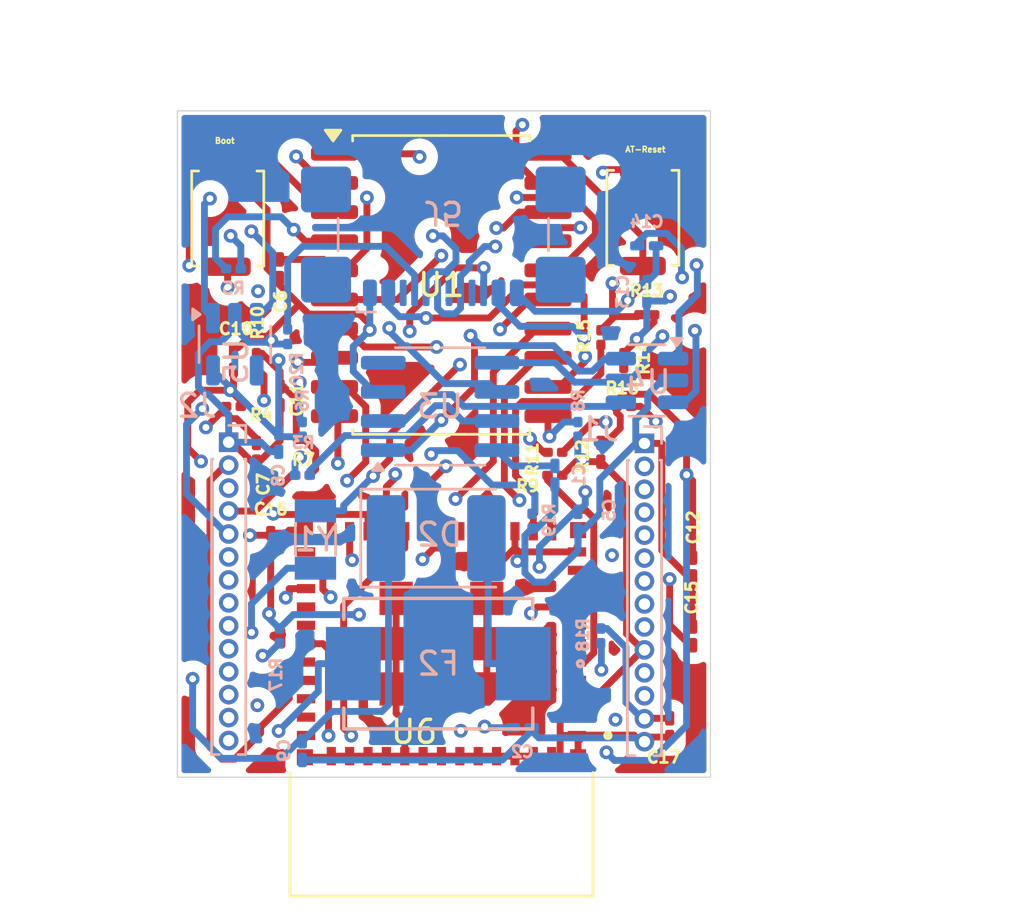
<source format=kicad_pcb>
(kicad_pcb (version 20241229) (generator "pcbnew") (generator_version "9.0")
  (layers (0 "F.Cu" signal) (4 "In1.Cu" signal) (6 "In2.Cu" signal) (2 "B.Cu" signal) (13 "F.Paste" user) (15 "B.Paste" user) (5 "F.SilkS" user "F.Silkscreen") (7 "B.SilkS" user "B.Silkscreen") (1 "F.Mask" user) (3 "B.Mask" user) (25 "Edge.Cuts" user))
  (net 0 "")
  (net 1 "GND")
  (net 2 "Net-(U3-V3)")
  (net 3 "USB_V5")
  (net 4 "/5V")
  (net 5 "3V3")
  (net 6 "Net-(U1-PA7)")
  (net 7 "Net-(U1-PA5)")
  (net 8 "Net-(U6-EN)")
  (net 9 "Net-(C13-Pad2)")
  (net 10 "Net-(C14-Pad2)")
  (net 11 "Net-(C15-Pad1)")
  (net 12 "1018")
  (net 13 "1019")
  (net 14 "Net-(D2-A)")
  (net 15 "A4")
  (net 16 "USB_DM_RAW")
  (net 18 "USB_DP_RAW")
  (net 19 "Net-(J5-CC2)")
  (net 22 "PC0")
  (net 23 "109")
  (net 24 "PC1")
  (net 25 "PC3")
  (net 26 "PA1")
  (net 27 "PB5")
  (net 28 "PB4")
  (net 29 "UPDI")
  (net 30 "SDA")
  (net 31 "SCL")
  (net 32 "PB2")
  (net 33 "PB0")
  (net 34 "PB3")
  (net 35 "PB1")
  (net 36 "PC2")
  (net 37 "104")
  (net 38 "107")
  (net 39 "106")
  (net 40 "105")
  (net 41 "RXD0")
  (net 42 "TXD0")
  (net 43 "TXD")
  (net 44 "Net-(U3-RXD)")
  (net 45 "RXD")
  (net 46 "Net-(U3-TXD)")
  (net 47 "Net-(U1-~{RESET}{slash}PA0)")
  (net 48 "Net-(U6-IO8)")
  (net 49 "Net-(U6-IO2)")
  (net 50 "Net-(U6-IO0)")
  (net 51 "Net-(U6-IO1)")
  (net 52 "Net-(U6-IO18)")
  (net 53 "Net-(U6-IO19)")
  (net 55 "Net-(U3-UD-)")
  (net 57 "Net-(U3-UD+)")
  (net 76 "Net-(J5-CC1)")
  (footprint "Resistor_SMD:R_0201_0603Metric" (layer "F.Cu") (at 190 93 180)
    (property "Reference" "R4")
    (property "Value" "201")
  )
  (footprint "Capacitor_SMD:C_0201_0603Metric_Pad0.64x0.40mm_HandSolder" (layer "F.Cu") (at 192 87 -90)
    (property "Reference" "C6")
    (property "Value" "0.1uF")
  )
  (footprint "Package_SO:SOIC-20W_7.5x12.8mm_P1.27mm" (layer "F.Cu") (at 199.05 87.705)
    (property "Reference" "U1")
    (property "Value" "ATtiny1616-S")
  )
  (footprint "Capacitor_SMD:C_0201_0603Metric_Pad0.64x0.40mm_HandSolder" (layer "F.Cu") (at 209 107 -90)
    (property "Reference" "C17")
    (property "Value" "TBD")
  )
  (footprint "Capacitor_SMD:C_0201_0603Metric_Pad0.64x0.40mm_HandSolder" (layer "F.Cu") (at 210 103 90)
    (property "Reference" "C15")
    (property "Value" "0.1uF")
  )
  (footprint "Resistor_SMD:R_0201_0603Metric" (layer "F.Cu") (at 206 90 -90)
    (property "Reference" "R15")
    (property "Value" "10K")
  )
  (footprint "Resistor_SMD:R_0201_0603Metric" (layer "F.Cu") (at 207 91 -90)
    (property "Reference" "R14")
    (property "Value" "10K")
  )
  (footprint "Resistor_SMD:R_0201_0603Metric" (layer "F.Cu") (at 207 93 180)
    (property "Reference" "R16")
    (property "Value" "10K")
  )
  (footprint "Capacitor_SMD:C_0201_0603Metric_Pad0.64x0.40mm_HandSolder" (layer "F.Cu") (at 191 95 -90)
    (property "Reference" "C7")
    (property "Value" "2.2uF")
  )
  (footprint "Button_Switch_SMD:SW_Push_SPST_NO_Alps_SKRK" (layer "F.Cu") (at 189.75 84.81 -90)
    (property "Reference" "Boot")
    (property "Value" "RESET")
  )
  (footprint "Resistor_SMD:R_0201_0603Metric" (layer "F.Cu") (at 204 95 180)
    (property "Reference" "R9")
    (property "Value" "330")
  )
  (footprint "Capacitor_SMD:C_0201_0603Metric_Pad0.64x0.40mm_HandSolder" (layer "F.Cu") (at 191.62 98.93 90)
    (property "Reference" "C16")
    (property "Value" "TBD")
  )
  (footprint "Resistor_SMD:R_0201_0603Metric" (layer "F.Cu") (at 191 91 -90)
    (property "Reference" "R10")
    (property "Value" "10K")
  )
  (footprint "Resistor_SMD:R_0201_0603Metric" (layer "F.Cu") (at 208 89)
    (property "Reference" "R13")
    (property "Value" "10K")
  )
  (footprint "Resistor_SMD:R_0201_0603Metric" (layer "F.Cu") (at 204 96)
    (property "Reference" "R11")
    (property "Value" "10K")
  )
  (footprint "Capacitor_SMD:C_0201_0603Metric_Pad0.64x0.40mm_HandSolder" (layer "F.Cu") (at 210 100 -90)
    (property "Reference" "C12")
    (property "Value" "TBD")
  )
  (footprint "Capacitor_SMD:C_0201_0603Metric_Pad0.64x0.40mm_HandSolder" (layer "F.Cu") (at 192.03 92.5425 90)
    (property "Reference" "C11")
    (property "Value" "100uF")
  )
  (footprint "Resistor_SMD:R_0201_0603Metric" (layer "F.Cu") (at 193 96)
    (property "Reference" "R7")
    (property "Value" "4.7K")
  )
  (footprint "Capacitor_SMD:C_0201_0603Metric_Pad0.64x0.40mm_HandSolder" (layer "F.Cu") (at 190 91 -90)
    (property "Reference" "C10")
    (property "Value" "0.1uF")
  )
  (footprint "Button_Switch_SMD:SW_Push_SPST_NO_Alps_SKRK" (layer "F.Cu") (at 207.83 84.78 -90)
    (property "Reference" "AT-Reset")
    (property "Value" "RESET")
  )
  (footprint "ESP32_C3_MINI_1_N4:XCVR_ESP32-C3-MINI-1-N4" (layer "F.Cu") (at 199.06 106.04 180)
    (property "Reference" "U6")
    (property "Value" "ESP32-C3-MINI-1-N4")
  )
  (footprint "Capacitor_SMD:C_0201_0603Metric_Pad0.64x0.40mm_HandSolder" (layer "F.Cu") (at 206 95 90)
    (property "Reference" "R12")
    (property "Value" "TBD")
  )
  (footprint "Crystal:Crystal_SMD_3215-2Pin_3.2x1.5mm" (layer "B.Cu") (at 193.57 98.8 -90)
    (property "Reference" "Y1")
    (property "Value" "32.768 kHz crystal")
  )
  (footprint "Connector_PinHeader_1.00mm:PinHeader_1x14_P1.00mm_Vertical" (layer "B.Cu") (at 207.9 94.61 180)
    (property "Reference" "J1")
    (property "Value" "Conn_01x14_Pin")
  )
  (footprint "Resistor_SMD:R_0201_0603Metric" (layer "B.Cu") (at 206 103 -90)
    (property "Reference" "R18")
    (property "Value" "10K")
  )
  (footprint "Diode_SMD:D_2114_3652Metric" (layer "B.Cu") (at 198.83 98.74)
    (property "Reference" "D2")
    (property "Value" "D_Schottky")
  )
  (footprint "Capacitor_SMD:C_0201_0603Metric_Pad0.64x0.40mm_HandSolder" (layer "B.Cu") (at 204 96 90)
    (property "Reference" "C1")
    (property "Value" "0.1uF")
  )
  (footprint "footprints:FUSE_MF-SM030-2_BRN" (layer "B.Cu") (at 198.92 104.21 180)
    (property "Reference" "F2")
    (property "Value" "Polyfuse")
  )
  (footprint "Resistor_SMD:R_0201_0603Metric" (layer "B.Cu") (at 193 96 180)
    (property "Reference" "R3")
    (property "Value" "1K")
  )
  (footprint "Resistor_SMD:R_0201_0603Metric" (layer "B.Cu") (at 192 103 -90)
    (property "Reference" "R17")
    (property "Value" "10K")
  )
  (footprint "Resistor_SMD:R_0201_0603Metric" (layer "B.Cu") (at 205 94 90)
    (property "Reference" "R8")
    (property "Value" "100K")
  )
  (footprint "Package_TO_SOT_SMD:SOT-23-6" (layer "B.Cu") (at 208.01 91.8675 180)
    (property "Reference" "U4")
    (property "Value" "USBLC6-2SC6")
  )
  (footprint "Resistor_SMD:R_0201_0603Metric" (layer "B.Cu") (at 203 98 -90)
    (property "Reference" "R19")
    (property "Value" "5.1K")
  )
  (footprint "Capacitor_SMD:C_0201_0603Metric_Pad0.64x0.40mm_HandSolder" (layer "B.Cu") (at 193 108 90)
    (property "Reference" "C9")
    (property "Value" "10uF")
  )
  (footprint "Package_TO_SOT_SMD:SOT-23-5" (layer "B.Cu") (at 190.06 90.29 -90)
    (property "Reference" "U5")
    (property "Value" "AP2112K-3.3")
  )
  (footprint "Capacitor_SMD:C_0201_0603Metric_Pad0.64x0.40mm_HandSolder" (layer "B.Cu") (at 208 88 -90)
    (property "Reference" "C13")
    (property "Value" "100uF")
  )
  (footprint "Connector_USB:USB_C_Receptacle_GCT_USB4110" (layer "B.Cu") (at 199.14 84.37)
    (property "Reference" "J5")
    (property "Value" "USB_C_Receptacle_USB2.0_16P")
  )
  (footprint "Resistor_SMD:R_0201_0603Metric" (layer "B.Cu") (at 192.36 89.96 90)
    (property "Reference" "R20")
    (property "Value" "5.1K")
  )
  (footprint "Package_SO:SOIC-8_3.9x4.9mm_P1.27mm" (layer "B.Cu") (at 199 93)
    (property "Reference" "U3")
    (property "Value" "CH330N")
  )
  (footprint "Connector_PinHeader_1.00mm:PinHeader_1x14_P1.00mm_Vertical" (layer "B.Cu") (at 189.79 94.56 180)
    (property "Reference" "J2")
    (property "Value" "Conn_01x14_Pin")
  )
  (footprint "Capacitor_SMD:C_0201_0603Metric_Pad0.64x0.40mm_HandSolder" (layer "B.Cu") (at 191.97 94.5675 -90)
    (property "Reference" "C8")
    (property "Value" "10uF")
  )
  (footprint "Capacitor_SMD:C_0201_0603Metric_Pad0.64x0.40mm_HandSolder" (layer "B.Cu") (at 202.58 107)
    (property "Reference" "C2")
    (property "Value" "4.7uF")
  )
  (footprint "Resistor_SMD:R_0201_0603Metric" (layer "B.Cu") (at 193 94 -90)
    (property "Reference" "R6")
    (property "Value" "4.7K")
  )
  (footprint "Capacitor_SMD:C_0201_0603Metric_Pad0.64x0.40mm_HandSolder" (layer "B.Cu") (at 208 86 180)
    (property "Reference" "C14")
    (property "Value" "0.1uF")
  )
  (footprint "Resistor_SMD:R_0201_0603Metric" (layer "B.Cu") (at 190 87 180)
    (property "Reference" "R5")
    (property "Value" "1K")
  )
  (footprint "Capacitor_SMD:C_0201_0603Metric_Pad0.64x0.40mm_HandSolder" (layer "B.Cu") (at 205 98 90)
    (property "Reference" "C5")
    (property "Value" "0.1uF")
  )
  (gr_rect (start 187.555 80.12) (end 210.775 109.16) (stroke (width 0.05)) (fill no) (layer "Edge.Cuts"))
  (segment (start 207.83 87.7194) (end 207.1713 88.3781) (width 0.3) (layer "F.Cu") (net 1))
  (segment (start 191.4672 89.9432) (end 191.6473 90.1233) (width 0.3) (layer "F.Cu") (net 1))
  (segment (start 197.46 108.24) (end 197.46 107.5083) (width 0.3) (layer "F.Cu") (net 1))
  (segment (start 199.86 108.24) (end 199.06 108.24) (width 0.3) (layer "F.Cu") (net 1))
  (segment (start 208.1025 107.4075) (end 209 107.4075) (width 0.3) (layer "F.Cu") (net 1))
  (segment (start 202.26 98.44) (end 202.26 99.0508) (width 0.3) (layer "F.Cu") (net 1))
  (segment (start 199.06 103.34) (end 200.1167 103.34) (width 0.3) (layer "F.Cu") (net 1))
  (segment (start 193.11 98.39) (end 192.4283 98.39) (width 0.3) (layer "F.Cu") (net 1))
  (segment (start 189.79 94.56) (end 189.9496 94.56) (width 0.3) (layer "F.Cu") (net 1))
  (segment (start 191.4613 86.9824) (end 191.4613 84.4213) (width 0.3) (layer "F.Cu") (net 1))
  (segment (start 204.2107 81.99) (end 203.7 81.99) (width 0.3) (layer "F.Cu") (net 1))
  (segment (start 190.5027 90.0898) (end 190.6493 89.9432) (width 0.3) (layer "F.Cu") (net 1))
  (segment (start 204.96 99.1217) (end 204.96 99.34) (width 0.3) (layer "F.Cu") (net 1))
  (segment (start 202.26 99.0508) (end 202.26 99.1702) (width 0.3) (layer "F.Cu") (net 1))
  (segment (start 207.7312 107.61) (end 207.4456 107.3244) (width 0.3) (layer "F.Cu") (net 1))
  (segment (start 191.62 98.5225) (end 191.5287 98.6138) (width 0.3) (layer "F.Cu") (net 1))
  (segment (start 203.06 108.24) (end 203.86 108.24) (width 0.3) (layer "F.Cu") (net 1))
  (segment (start 192.2958 98.5225) (end 192.4283 98.39) (width 0.3) (layer "F.Cu") (net 1))
  (segment (start 204.2283 108.24) (end 203.86 108.24) (width 0.3) (layer "F.Cu") (net 1))
  (segment (start 207.83 85.6093) (end 204.2107 81.99) (width 0.3) (layer "F.Cu") (net 1))
  (segment (start 195.4881 88.9777) (end 195.9358 89.4254) (width 0.3) (layer "F.Cu") (net 1))
  (segment (start 196.66 108.24) (end 195.86 108.24) (width 0.3) (layer "F.Cu") (net 1))
  (segment (start 197.46 108.24) (end 196.66 108.24) (width 0.3) (layer "F.Cu") (net 1))
  (segment (start 190.1679 90.4246) (end 190.2205 90.4246) (width 0.3) (layer "F.Cu") (net 1))
  (segment (start 192.03 92.95) (end 192.03 94.5011) (width 0.3) (layer "F.Cu") (net 1))
  (segment (start 202.26 99.1709) (end 202.26 99.1717) (width 0.3) (layer "F.Cu") (net 1))
  (segment (start 194.21 108.29) (end 194.26 108.24) (width 0.3) (layer "F.Cu") (net 1))
  (segment (start 204.96 107.34) (end 204.2283 107.34) (width 0.3) (layer "F.Cu") (net 1))
  (segment (start 202.4283 99.34) (end 202.3635 99.4048) (width 0.3) (layer "F.Cu") (net 1))
  (segment (start 205.01 98.39) (end 205.01 99.0717) (width 0.3) (layer "F.Cu") (net 1))
  (segment (start 207.83 86.88) (end 207.83 87.7194) (width 0.3) (layer "F.Cu") (net 1))
  (segment (start 189.9496 94.56) (end 190.7971 95.4075) (width 0.3) (layer "F.Cu") (net 1))
  (segment (start 204.2783 108.29) (end 204.2283 108.24) (width 0.3) (layer "F.Cu") (net 1))
  (segment (start 201.1226 100.3083) (end 201.035 100.3083) (width 0.3) (layer "F.Cu") (net 1))
  (segment (start 193.2757 88.9777) (end 195.4881 88.9777) (width 0.3) (layer "F.Cu") (net 1))
  (segment (start 205.01 108.29) (end 204.2783 108.29) (width 0.3) (layer "F.Cu") (net 1))
  (segment (start 199.06 101.365) (end 198.0033 101.365) (width 0.3) (layer "F.Cu") (net 1))
  (segment (start 197.085 105.315) (end 197.085 103.34) (width 0.3) (layer "F.Cu") (net 1))
  (segment (start 191.62 98.5225) (end 192.2958 98.5225) (width 0.3) (layer "F.Cu") (net 1))
  (segment (start 197.085 101.365) (end 197.085 103.34) (width 0.3) (layer "F.Cu") (net 1))
  (segment (start 190.6493 89.9432) (end 191.4672 89.9432) (width 0.3) (layer "F.Cu") (net 1))
  (segment (start 207.9 107.61) (end 207.7312 107.61) (width 0.3) (layer "F.Cu") (net 1))
  (segment (start 197.085 101.365) (end 198.0033 101.365) (width 0.3) (layer "F.Cu") (net 1))
  (segment (start 203.06 108.24) (end 202.26 108.24) (width 0.3) (layer "F.Cu") (net 1))
  (segment (start 192 87.4075) (end 192 87.702) (width 0.3) (layer "F.Cu") (net 1))
  (segment (start 204.96 106.54) (end 204.2283 106.54) (width 0.3) (layer "F.Cu") (net 1))
  (segment (start 199.06 108.24) (end 198.26 108.24) (width 0.3) (layer "F.Cu") (net 1))
  (segment (start 197.46 107.5083) (end 197.46 106.7467) (width 0.3) (layer "F.Cu") (net 1))
  (segment (start 205.01 108.29) (end 205.01 107.6083) (width 0.3) (layer "F.Cu") (net 1))
  (segment (start 201.035 103.34) (end 201.035 101.365) (width 0.3) (layer "F.Cu") (net 1))
  (segment (start 198.26 108.24) (end 197.46 108.24) (width 0.3) (layer "F.Cu") (net 1))
  (segment (start 210 100.4075) (end 210 102.5925) (width 0.3) (layer "F.Cu") (net 1))
  (segment (start 192.8542 88.5562) (end 193.2757 88.9777) (width 0.3) (layer "F.Cu") (net 1))
  (segment (start 205.01 99.0717) (end 204.96 99.1217) (width 0.3) (layer "F.Cu") (net 1))
  (segment (start 204.2283 107.34) (end 204.2283 106.54) (width 0.3) (layer "F.Cu") (net 1))
  (segment (start 192 87.702) (end 192.8542 88.5562) (width 0.3) (layer "F.Cu") (net 1))
  (segment (start 204.2283 108.24) (end 204.2283 107.34) (width 0.3) (layer "F.Cu") (net 1))
  (segment (start 201.035 101.365) (end 201.035 100.3083) (width 0.3) (layer "F.Cu") (net 1))
  (segment (start 193.11 108.29) (end 194.21 108.29) (width 0.3) (layer "F.Cu") (net 1))
  (segment (start 192 87.4075) (end 191.8864 87.4075) (width 0.3) (layer "F.Cu") (net 1))
  (segment (start 195.06 108.24) (end 194.26 108.24) (width 0.3) (layer "F.Cu") (net 1))
  (segment (start 209.7934 100.4075) (end 210 100.4075) (width 0.3) (layer "F.Cu") (net 1))
  (segment (start 202.3635 99.4048) (end 202.3635 99.7375) (width 0.3) (layer "F.Cu") (net 1))
  (segment (start 192.8542 88.5562) (end 191.4672 89.9432) (width 0.3) (layer "F.Cu") (net 1))
  (segment (start 190.2205 90.4246) (end 190.5027 90.1424) (width 0.3) (layer "F.Cu") (net 1))
  (segment (start 190.5027 90.1424) (end 190.5027 90.0898) (width 0.3) (layer "F.Cu") (net 1))
  (segment (start 207.4456 107.3244) (end 205.2939 107.3244) (width 0.3) (layer "F.Cu") (net 1))
  (segment (start 192.03 94.5011) (end 191.1236 95.4075) (width 0.3) (layer "F.Cu") (net 1))
  (segment (start 191.5287 98.6138) (end 190.7158 98.6138) (width 0.3) (layer "F.Cu") (net 1))
  (segment (start 199.06 101.365) (end 199.06 103.34) (width 0.3) (layer "F.Cu") (net 1))
  (segment (start 207.9 94.61) (end 208.6567 94.61) (width 0.3) (layer "F.Cu") (net 1))
  (segment (start 191.1236 95.4075) (end 191 95.4075) (width 0.3) (layer "F.Cu") (net 1))
  (segment (start 207.9 107.61) (end 208.1025 107.4075) (width 0.3) (layer "F.Cu") (net 1))
  (segment (start 205.2939 107.3244) (end 205.01 107.6083) (width 0.3) (layer "F.Cu") (net 1))
  (segment (start 202.26 99.1709) (end 201.1226 100.3083) (width 0.3) (layer "F.Cu") (net 1))
  (segment (start 197.46 106.7467) (end 197.085 106.3717) (width 0.3) (layer "F.Cu") (net 1))
  (segment (start 191.4613 84.4213) (end 189.75 82.71) (width 0.3) (layer "F.Cu") (net 1))
  (segment (start 197.085 105.315) (end 197.085 106.3717) (width 0.3) (layer "F.Cu") (net 1))
  (segment (start 195.86 108.24) (end 195.06 108.24) (width 0.3) (layer "F.Cu") (net 1))
  (segment (start 191.8864 87.4075) (end 191.4613 86.9824) (width 0.3) (layer "F.Cu") (net 1))
  (segment (start 207.83 86.88) (end 207.83 85.6093) (width 0.3) (layer "F.Cu") (net 1))
  (segment (start 208.6567 99.2708) (end 209.7934 100.4075) (width 0.3) (layer "F.Cu") (net 1))
  (segment (start 202.26 99.1702) (end 202.26 99.1709) (width 0.3) (layer "F.Cu") (net 1))
  (segment (start 201.46 108.24) (end 200.66 108.24) (width 0.3) (layer "F.Cu") (net 1))
  (segment (start 202.26 108.24) (end 201.46 108.24) (width 0.3) (layer "F.Cu") (net 1))
  (segment (start 195.9358 89.4254) (end 195.9358 89.664) (width 0.3) (layer "F.Cu") (net 1))
  (segment (start 200.66 108.24) (end 199.86 108.24) (width 0.3) (layer "F.Cu") (net 1))
  (segment (start 199.06 105.315) (end 199.06 103.34) (width 0.3) (layer "F.Cu") (net 1))
  (segment (start 202.26 99.1717) (end 202.4283 99.34) (width 0.3) (layer "F.Cu") (net 1))
  (segment (start 190 90.5925) (end 190.1679 90.4246) (width 0.3) (layer "F.Cu") (net 1))
  (segment (start 202.4283 99.34) (end 204.96 99.34) (width 0.3) (layer "F.Cu") (net 1))
  (segment (start 201.035 103.34) (end 200.1167 103.34) (width 0.3) (layer "F.Cu") (net 1))
  (segment (start 208.6567 94.61) (end 208.6567 99.2708) (width 0.3) (layer "F.Cu") (net 1))
  (segment (start 190.7971 95.4075) (end 191 95.4075) (width 0.3) (layer "F.Cu") (net 1))
  (segment (start 201.035 105.315) (end 201.035 103.34) (width 0.3) (layer "F.Cu") (net 1))
  (via (at 202.3635 99.7375) (size 0.6) (drill 0.3) (layers "F.Cu" "B.Cu") (net 1))
  (via (at 207.1713 88.3781) (size 0.6) (drill 0.3) (layers "F.Cu" "B.Cu") (net 1))
  (via (at 191.6473 90.1233) (size 0.6) (drill 0.3) (layers "F.Cu" "B.Cu") (net 1))
  (via (at 190.7158 98.6138) (size 0.6) (drill 0.3) (layers "F.Cu" "B.Cu") (net 1))
  (via (at 195.9358 89.664) (size 0.6) (drill 0.3) (layers "F.Cu" "B.Cu") (net 1))
  (segment (start 202.6936 99.7375) (end 202.6936 98.6264) (width 0.3) (layer "B.Cu") (net 1))
  (segment (start 202.6936 100.25) (end 203.0983 100.6547) (width 0.3) (layer "B.Cu") (net 1))
  (segment (start 189.79 94.56) (end 189.79 93.8033) (width 0.3) (layer "B.Cu") (net 1))
  (segment (start 202.6936 98.6264) (end 203 98.32) (width 0.3) (layer "B.Cu") (net 1))
  (segment (start 207.8783 87.5925) (end 208 87.5925) (width 0.3) (layer "B.Cu") (net 1))
  (segment (start 207.5217 94.61) (end 205.9548 96.1769) (width 0.3) (layer "B.Cu") (net 1))
  (segment (start 203 98.32) (end 203.2109 98.32) (width 0.3) (layer "B.Cu") (net 1))
  (segment (start 202.6936 99.7375) (end 202.3635 99.7375) (width 0.3) (layer "B.Cu") (net 1))
  (segment (start 205 99.2923) (end 205 98.4075) (width 0.3) (layer "B.Cu") (net 1))
  (segment (start 207.5217 93.5758) (end 208.0417 93.0558) (width 0.3) (layer "B.Cu") (net 1))
  (segment (start 205.2212 98.4075) (end 205 98.4075) (width 0.3) (layer "B.Cu") (net 1))
  (segment (start 208.0417 92.4817) (end 208.6559 91.8675) (width 0.3) (layer "B.Cu") (net 1))
  (segment (start 207.9 94.61) (end 207.5217 94.61) (width 0.3) (layer "B.Cu") (net 1))
  (segment (start 188.9944 90.1786) (end 189.4648 90.1786) (width 0.3) (layer "B.Cu") (net 1))
  (segment (start 202.6936 99.7375) (end 202.6936 100.25) (width 0.3) (layer "B.Cu") (net 1))
  (segment (start 208.4075 87.185) (end 208 87.5925) (width 0.3) (layer "B.Cu") (net 1))
  (segment (start 188.9012 92.4698) (end 188.7928 92.4698) (width 0.3) (layer "B.Cu") (net 1))
  (segment (start 191.7257 90.28) (end 192.36 90.28) (width 0.3) (layer "B.Cu") (net 1))
  (segment (start 188.4728 90.7002) (end 188.9944 90.1786) (width 0.3) (layer "B.Cu") (net 1))
  (segment (start 195.2177 90.3821) (end 195.2177 91.4743) (width 0.3) (layer "B.Cu") (net 1))
  (segment (start 189.79 93.3586) (end 188.9012 92.4698) (width 0.3) (layer "B.Cu") (net 1))
  (segment (start 207.7329 107.4429) (end 203.2963 107.4429) (width 0.3) (layer "B.Cu") (net 1))
  (segment (start 208.4075 86) (end 208.4075 87.185) (width 0.3) (layer "B.Cu") (net 1))
  (segment (start 189.4648 90.1786) (end 190.06 89.5834) (width 0.3) (layer "B.Cu") (net 1))
  (segment (start 195.94 88.05) (end 195.9358 88.0542) (width 0.3) (layer "B.Cu") (net 1))
  (segment (start 189.79 93.8033) (end 189.79 93.3586) (width 0.3) (layer "B.Cu") (net 1))
  (segment (start 203.6376 100.6547) (end 205 99.2923) (width 0.3) (layer "B.Cu") (net 1))
  (segment (start 205.9548 96.1769) (end 205.9548 97.6739) (width 0.3) (layer "B.Cu") (net 1))
  (segment (start 191.97 94.975) (end 191.6096 94.975) (width 0.3) (layer "B.Cu") (net 1))
  (segment (start 203.2109 98.32) (end 204 97.5309) (width 0.3) (layer "B.Cu") (net 1))
  (segment (start 201.7141 108.4075) (end 202.9875 107.1341) (width 0.3) (layer "B.Cu") (net 1))
  (segment (start 207.5217 94.61) (end 207.5217 93.5758) (width 0.3) (layer "B.Cu") (net 1))
  (segment (start 191.6096 94.975) (end 191.1946 94.56) (width 0.3) (layer "B.Cu") (net 1))
  (segment (start 193 108.4075) (end 201.7141 108.4075) (width 0.3) (layer "B.Cu") (net 1))
  (segment (start 207.1713 88.3781) (end 207.1713 88.2995) (width 0.3) (layer "B.Cu") (net 1))
  (segment (start 190.06 89.5834) (end 190.06 89.1525) (width 0.3) (layer "B.Cu") (net 1))
  (segment (start 206.6969 88.8525) (end 203.1425 88.8525) (width 0.3) (layer "B.Cu") (net 1))
  (segment (start 208.0417 93.0558) (end 208.0417 92.4817) (width 0.3) (layer "B.Cu") (net 1))
  (segment (start 207.1713 88.3781) (end 206.6969 88.8525) (width 0.3) (layer "B.Cu") (net 1))
  (segment (start 195.9358 89.664) (end 195.2177 90.3821) (width 0.3) (layer "B.Cu") (net 1))
  (segment (start 191.6473 90.2016) (end 191.7257 90.28) (width 0.3) (layer "B.Cu") (net 1))
  (segment (start 202.9875 107.1341) (end 202.9875 107) (width 0.3) (layer "B.Cu") (net 1))
  (segment (start 188.4728 92.1498) (end 188.4728 90.7002) (width 0.3) (layer "B.Cu") (net 1))
  (segment (start 204 97.5309) (end 204 96.4075) (width 0.3) (layer "B.Cu") (net 1))
  (segment (start 195.2177 91.4743) (end 196.1084 92.365) (width 0.3) (layer "B.Cu") (net 1))
  (segment (start 203.0983 100.6547) (end 203.6376 100.6547) (width 0.3) (layer "B.Cu") (net 1))
  (segment (start 191.1946 94.56) (end 189.79 94.56) (width 0.3) (layer "B.Cu") (net 1))
  (segment (start 207.1713 88.2995) (end 207.8783 87.5925) (width 0.3) (layer "B.Cu") (net 1))
  (segment (start 208.6559 91.8675) (end 209.1475 91.8675) (width 0.3) (layer "B.Cu") (net 1))
  (segment (start 205.9548 97.6739) (end 205.2212 98.4075) (width 0.3) (layer "B.Cu") (net 1))
  (segment (start 190.6782 90.2016) (end 190.06 89.5834) (width 0.3) (layer "B.Cu") (net 1))
  (segment (start 191.6473 90.2016) (end 190.6782 90.2016) (width 0.3) (layer "B.Cu") (net 1))
  (segment (start 191.6473 90.1233) (end 191.6473 90.2016) (width 0.3) (layer "B.Cu") (net 1))
  (segment (start 195.9358 88.0542) (end 195.9358 89.664) (width 0.3) (layer "B.Cu") (net 1))
  (segment (start 203.1425 88.8525) (end 202.34 88.05) (width 0.3) (layer "B.Cu") (net 1))
  (segment (start 203.2963 107.4429) (end 202.9875 107.1341) (width 0.3) (layer "B.Cu") (net 1))
  (segment (start 196.1084 92.365) (end 196.525 92.365) (width 0.3) (layer "B.Cu") (net 1))
  (segment (start 207.9 107.61) (end 207.7329 107.4429) (width 0.3) (layer "B.Cu") (net 1))
  (segment (start 188.7928 92.4698) (end 188.4728 92.1498) (width 0.3) (layer "B.Cu") (net 1))
  (segment (start 201.475 94.905) (end 202.1625 95.5925) (width 0.3) (layer "B.Cu") (net 2))
  (segment (start 202.1625 95.5925) (end 204 95.5925) (width 0.3) (layer "B.Cu") (net 2))
  (segment (start 197.9734 81.99) (end 198.1058 82.1224) (width 0.3) (layer "F.Cu") (net 3))
  (segment (start 194.4 81.99) (end 197.9734 81.99) (width 0.3) (layer "F.Cu") (net 3))
  (via (at 203.3268 99.9899) (size 0.6) (drill 0.3) (layers "F.Cu" "B.Cu") (net 3))
  (via (at 200.9375 106.9508) (size 0.6) (drill 0.3) (layers "F.Cu" "B.Cu") (net 3))
  (via (at 205.3231 96.7232) (size 0.6) (drill 0.3) (layers "F.Cu" "B.Cu") (net 3))
  (via (at 208.6858 89.9434) (size 0.6) (drill 0.3) (layers "F.Cu" "B.Cu") (net 3))
  (via (at 198.1058 82.1224) (size 0.6) (drill 0.3) (layers "F.Cu" "B.Cu") (net 3))
  (segment (start 206.8725 91.8675) (end 207.2671 91.8675) (width 0.3) (layer "B.Cu") (net 3))
  (segment (start 200.9867 107) (end 200.9375 106.9508) (width 0.3) (layer "B.Cu") (net 3))
  (segment (start 205.3231 96.7232) (end 205.3231 97.2694) (width 0.3) (layer "B.Cu") (net 3))
  (segment (start 205.3231 97.2694) (end 205 97.5925) (width 0.3) (layer "B.Cu") (net 3))
  (segment (start 204.8573 91.9417) (end 206.7983 91.9417) (width 0.3) (layer "B.Cu") (net 3))
  (segment (start 205 97.5925) (end 204.8569 97.5925) (width 0.3) (layer "B.Cu") (net 3))
  (segment (start 201.475 91.095) (end 204.0106 91.095) (width 0.3) (layer "B.Cu") (net 3))
  (segment (start 203.3268 99.1226) (end 203.3268 99.9899) (width 0.3) (layer "B.Cu") (net 3))
  (segment (start 204.8569 97.5925) (end 203.3268 99.1226) (width 0.3) (layer "B.Cu") (net 3))
  (segment (start 207.9458 90.6834) (end 208.6858 89.9434) (width 0.3) (layer "B.Cu") (net 3))
  (segment (start 207.2671 91.8675) (end 207.9458 91.1888) (width 0.3) (layer "B.Cu") (net 3))
  (segment (start 204.0106 91.095) (end 204.8573 91.9417) (width 0.3) (layer "B.Cu") (net 3))
  (segment (start 202.1725 107) (end 200.9867 107) (width 0.3) (layer "B.Cu") (net 3))
  (segment (start 206.7983 91.9417) (end 206.8725 91.8675) (width 0.3) (layer "B.Cu") (net 3))
  (segment (start 207.9458 91.1888) (end 207.9458 90.6834) (width 0.3) (layer "B.Cu") (net 3))
  (via (at 190.7795 85.3678) (size 0.6) (drill 0.3) (layers "F.Cu" "B.Cu") (net 4))
  (via (at 188.2207 104.8702) (size 0.6) (drill 0.3) (layers "F.Cu" "B.Cu") (net 4))
  (via (at 188.9745 83.9421) (size 0.6) (drill 0.3) (layers "F.Cu" "B.Cu") (net 4))
  (segment (start 191.7092 86.2975) (end 191.7092 88.4533) (width 0.3) (layer "B.Cu") (net 4))
  (segment (start 191.7092 88.4533) (end 191.01 89.1525) (width 0.3) (layer "B.Cu") (net 4))
  (segment (start 188.7354 84.1812) (end 188.9745 83.9421) (width 0.3) (layer "B.Cu") (net 4))
  (segment (start 188.7354 88.7779) (end 188.7354 84.1812) (width 0.3) (layer "B.Cu") (net 4))
  (segment (start 192.8337 107.5925) (end 192.0903 108.3359) (width 0.3) (layer "B.Cu") (net 4))
  (segment (start 196.4634 106.2928) (end 194.2997 106.2928) (width 0.3) (layer "B.Cu") (net 4))
  (segment (start 189.11 89.1525) (end 188.7354 88.7779) (width 0.3) (layer "B.Cu") (net 4))
  (segment (start 188.2207 107.0765) (end 188.2207 104.8702) (width 0.3) (layer "B.Cu") (net 4))
  (segment (start 196.6425 98.74) (end 196.7529 98.8504) (width 0.3) (layer "B.Cu") (net 4))
  (segment (start 196.7529 98.8504) (end 196.7529 106.0033) (width 0.3) (layer "B.Cu") (net 4))
  (segment (start 194.2997 106.2928) (end 193 107.5925) (width 0.3) (layer "B.Cu") (net 4))
  (segment (start 193 107.5925) (end 192.8337 107.5925) (width 0.3) (layer "B.Cu") (net 4))
  (segment (start 192.0903 108.3359) (end 189.4801 108.3359) (width 0.3) (layer "B.Cu") (net 4))
  (segment (start 189.4801 108.3359) (end 188.2207 107.0765) (width 0.3) (layer "B.Cu") (net 4))
  (segment (start 196.7529 106.0033) (end 196.4634 106.2928) (width 0.3) (layer "B.Cu") (net 4))
  (segment (start 190.7795 85.3678) (end 191.7092 86.2975) (width 0.3) (layer "B.Cu") (net 4))
  (segment (start 205.2197 95.4075) (end 206 95.4075) (width 0.3) (layer "F.Cu") (net 5))
  (segment (start 192.03 92.135) (end 192.03 91.4754) (width 0.3) (layer "F.Cu") (net 5))
  (segment (start 193.5786 95.7414) (end 193.32 96) (width 0.3) (layer "F.Cu") (net 5))
  (segment (start 207.9 103.61) (end 207.8217 103.61) (width 0.3) (layer "F.Cu") (net 5))
  (segment (start 207.8217 103.61) (end 207.1202 102.9085) (width 0.3) (layer "F.Cu") (net 5))
  (segment (start 205.6917 105.74) (end 207.8217 103.61) (width 0.3) (layer "F.Cu") (net 5))
  (segment (start 191.9641 90.9841) (end 191.7514 91.1968) (width 0.3) (layer "F.Cu") (net 5))
  (segment (start 207.1202 96.5277) (end 206 95.4075) (width 0.3) (layer "F.Cu") (net 5))
  (segment (start 191.2346 90.68) (end 191 90.68) (width 0.3) (layer "F.Cu") (net 5))
  (segment (start 190 92.1492) (end 189.8565 92.2927) (width 0.3) (layer "F.Cu") (net 5))
  (segment (start 188.5447 92.2927) (end 188.0077 92.8297) (width 0.3) (layer "F.Cu") (net 5))
  (segment (start 188.0077 92.8297) (end 188.0077 94.8183) (width 0.3) (layer "F.Cu") (net 5))
  (segment (start 192.7339 92.694) (end 192.7339 94.4877) (width 0.3) (layer "F.Cu") (net 5))
  (segment (start 192.1749 92.135) (end 192.7339 92.694) (width 0.3) (layer "F.Cu") (net 5))
  (segment (start 188.0077 94.8183) (end 188.5858 95.3964) (width 0.3) (layer "F.Cu") (net 5))
  (segment (start 190.32 92.7562) (end 190.32 93) (width 0.3) (layer "F.Cu") (net 5))
  (segment (start 204.32 96) (end 204.9125 95.4075) (width 0.3) (layer "F.Cu") (net 5))
  (segment (start 204.96 105.74) (end 205.6917 105.74) (width 0.3) (layer "F.Cu") (net 5))
  (segment (start 190 91.4075) (end 190 92.1492) (width 0.3) (layer "F.Cu") (net 5))
  (segment (start 192.03 91.4754) (end 191.7514 91.1968) (width 0.3) (layer "F.Cu") (net 5))
  (segment (start 207.1202 102.9085) (end 207.1202 96.5277) (width 0.3) (layer "F.Cu") (net 5))
  (segment (start 205.2197 95.4075) (end 205.2197 95.3436) (width 0.3) (layer "F.Cu") (net 5))
  (segment (start 189.8565 92.2927) (end 190.32 92.7562) (width 0.3) (layer "F.Cu") (net 5))
  (segment (start 192.03 92.135) (end 192.1749 92.135) (width 0.3) (layer "F.Cu") (net 5))
  (segment (start 192.7339 94.4877) (end 193.1324 94.4877) (width 0.3) (layer "F.Cu") (net 5))
  (segment (start 189.8565 92.2927) (end 188.5447 92.2927) (width 0.3) (layer "F.Cu") (net 5))
  (segment (start 193.5786 94.9339) (end 193.5786 95.7414) (width 0.3) (layer "F.Cu") (net 5))
  (segment (start 191.7514 91.1968) (end 191.2346 90.68) (width 0.3) (layer "F.Cu") (net 5))
  (segment (start 193.1324 94.4877) (end 193.5786 94.9339) (width 0.3) (layer "F.Cu") (net 5))
  (segment (start 204.9125 95.4075) (end 205.2197 95.4075) (width 0.3) (layer "F.Cu") (net 5))
  (via (at 189.8565 92.2927) (size 0.6) (drill 0.3) (layers "F.Cu" "B.Cu") (net 5))
  (via (at 205.2197 95.3436) (size 0.6) (drill 0.3) (layers "F.Cu" "B.Cu") (net 5))
  (via (at 188.5858 95.3964) (size 0.6) (drill 0.3) (layers "F.Cu" "B.Cu") (net 5))
  (via (at 191.9641 90.9841) (size 0.6) (drill 0.3) (layers "F.Cu" "B.Cu") (net 5))
  (segment (start 191.8425 94.16) (end 191.97 94.16) (width 0.3) (layer "B.Cu") (net 5))
  (segment (start 205 95.1239) (end 205.2197 95.3436) (width 0.3) (layer "B.Cu") (net 5))
  (segment (start 191.97 94.16) (end 191.97 90.99) (width 0.3) (layer "B.Cu") (net 5))
  (segment (start 205 94.32) (end 205 95.1239) (width 0.3) (layer "B.Cu") (net 5))
  (segment (start 189.9159 92.2333) (end 189.8565 92.2927) (width 0.3) (layer "B.Cu") (net 5))
  (segment (start 189.9159 92.2333) (end 191.8425 94.16) (width 0.3) (layer "B.Cu") (net 5))
  (segment (start 189.11 91.4275) (end 189.9159 92.2333) (width 0.3) (layer "B.Cu") (net 5))
  (segment (start 193 94.32) (end 192.13 94.32) (width 0.3) (layer "B.Cu") (net 5))
  (segment (start 192.13 94.32) (end 191.97 94.16) (width 0.3) (layer "B.Cu") (net 5))
  (segment (start 191.97 90.99) (end 191.9641 90.9841) (width 0.3) (layer "B.Cu") (net 5))
  (segment (start 206.2179 82.68) (end 206.0875 82.8104) (width 0.3) (layer "F.Cu") (net 6))
  (segment (start 194.4 87.07) (end 193.9225 86.5925) (width 0.3) (layer "F.Cu") (net 6))
  (segment (start 193.9225 86.5925) (end 192 86.5925) (width 0.3) (layer "F.Cu") (net 6))
  (segment (start 195.8107 83.8962) (end 195.8107 86.1143) (width 0.3) (layer "F.Cu") (net 6))
  (segment (start 195.8107 86.1143) (end 194.855 87.07) (width 0.3) (layer "F.Cu") (net 6))
  (segment (start 194.855 87.07) (end 194.4 87.07) (width 0.3) (layer "F.Cu") (net 6))
  (segment (start 207.83 82.68) (end 206.2179 82.68) (width 0.3) (layer "F.Cu") (net 6))
  (via (at 195.8107 83.8962) (size 0.6) (drill 0.3) (layers "F.Cu" "B.Cu") (net 6))
  (via (at 206.0875 82.8104) (size 0.6) (drill 0.3) (layers "F.Cu" "B.Cu") (net 6))
  (segment (start 194.4 84.53) (end 193.9517 84.53) (width 0.3) (layer "F.Cu") (net 7))
  (segment (start 193.9517 84.53) (end 191.3425 81.9208) (width 0.3) (layer "F.Cu") (net 7))
  (segment (start 191 94.4021) (end 190.13 93.5321) (width 0.3) (layer "F.Cu") (net 7))
  (segment (start 189.4229 93.2904) (end 189.68 93.2904) (width 0.3) (layer "F.Cu") (net 7))
  (segment (start 188.0731 82.5961) (end 188.0731 86.8613) (width 0.3) (layer "F.Cu") (net 7))
  (segment (start 189.9217 93.5321) (end 189.68 93.2904) (width 0.3) (layer "F.Cu") (net 7))
  (segment (start 191 94.5925) (end 191 94.4021) (width 0.3) (layer "F.Cu") (net 7))
  (segment (start 188.7975 93.9158) (end 189.4229 93.2904) (width 0.3) (layer "F.Cu") (net 7))
  (segment (start 189.68 93.2904) (end 189.68 93) (width 0.3) (layer "F.Cu") (net 7))
  (segment (start 188.7484 81.9208) (end 188.0731 82.5961) (width 0.3) (layer "F.Cu") (net 7))
  (segment (start 190.13 93.5321) (end 189.9217 93.5321) (width 0.3) (layer "F.Cu") (net 7))
  (segment (start 191.3425 81.9208) (end 188.7484 81.9208) (width 0.3) (layer "F.Cu") (net 7))
  (via (at 188.0731 86.8613) (size 0.6) (drill 0.3) (layers "F.Cu" "B.Cu") (net 7))
  (via (at 188.7975 93.9158) (size 0.6) (drill 0.3) (layers "F.Cu" "B.Cu") (net 7))
  (segment (start 206.8472 93.9462) (end 206.8472 93.4228) (width 0.3) (layer "F.Cu") (net 8))
  (segment (start 210 99.5925) (end 210 96.2415) (width 0.3) (layer "F.Cu") (net 8))
  (segment (start 206.2009 94.5925) (end 206.8472 93.9462) (width 0.3) (layer "F.Cu") (net 8))
  (segment (start 206.68 92.7616) (end 206.68 93) (width 0.3) (layer "F.Cu") (net 8))
  (segment (start 206.68 93.2556) (end 206.68 93) (width 0.3) (layer "F.Cu") (net 8))
  (segment (start 204.96 101.74) (end 203.2253 101.74) (width 0.3) (layer "F.Cu") (net 8))
  (segment (start 206 94.5925) (end 206.2009 94.5925) (width 0.3) (layer "F.Cu") (net 8))
  (segment (start 210 96.2415) (end 209.7348 95.9763) (width 0.3) (layer "F.Cu") (net 8))
  (segment (start 203.2253 101.74) (end 202.9532 102.0121) (width 0.3) (layer "F.Cu") (net 8))
  (segment (start 209.7348 95.9763) (end 209.7348 94.0874) (width 0.3) (layer "F.Cu") (net 8))
  (segment (start 206.8472 93.4228) (end 206.68 93.2556) (width 0.3) (layer "F.Cu") (net 8))
  (segment (start 206.9738 92.4678) (end 206.68 92.7616) (width 0.3) (layer "F.Cu") (net 8))
  (segment (start 209.7348 94.0874) (end 208.1152 92.4678) (width 0.3) (layer "F.Cu") (net 8))
  (segment (start 208.1152 92.4678) (end 206.9738 92.4678) (width 0.3) (layer "F.Cu") (net 8))
  (via (at 202.9532 102.0121) (size 0.6) (drill 0.3) (layers "F.Cu" "B.Cu") (net 8))
  (via (at 209.7348 95.9763) (size 0.6) (drill 0.3) (layers "F.Cu" "B.Cu") (net 8))
  (via (at 206.2432 108.0746) (size 0.6) (drill 0.3) (layers "F.Cu" "B.Cu") (net 8))
  (segment (start 206.5949 108.4263) (end 206.2432 108.0746) (width 0.3) (layer "B.Cu") (net 8))
  (segment (start 209.7348 106.9122) (end 208.2207 108.4263) (width 0.3) (layer "B.Cu") (net 8))
  (segment (start 209.7348 95.9763) (end 209.7348 106.9122) (width 0.3) (layer "B.Cu") (net 8))
  (segment (start 208.2207 108.4263) (end 206.5949 108.4263) (width 0.3) (layer "B.Cu") (net 8))
  (segment (start 196.7988 94.2429) (end 196.7988 95.3005) (width 0.3) (layer "F.Cu") (net 9))
  (segment (start 208.32 89.3108) (end 207.5629 90.0679) (width 0.3) (layer "F.Cu") (net 9))
  (segment (start 207.5629 90.0679) (end 207.5629 90.1171) (width 0.3) (layer "F.Cu") (net 9))
  (segment (start 208.32 89) (end 208.32 89.3108) (width 0.3) (layer "F.Cu") (net 9))
  (segment (start 207.5629 90.1171) (end 207 90.68) (width 0.3) (layer "F.Cu") (net 9))
  (segment (start 196.7988 95.3005) (end 196.0798 96.0195) (width 0.3) (layer "F.Cu") (net 9))
  (segment (start 196.0798 96.0195) (end 196.0798 96.0348) (width 0.3) (layer "F.Cu") (net 9))
  (segment (start 199.8657 91.176) (end 196.7988 94.2429) (width 0.3) (layer "F.Cu") (net 9))
  (via (at 199.8657 91.176) (size 0.6) (drill 0.3) (layers "F.Cu" "B.Cu") (net 9))
  (via (at 209.0167 88.2028) (size 0.6) (drill 0.3) (layers "F.Cu" "B.Cu") (net 9))
  (via (at 196.0798 96.0348) (size 0.6) (drill 0.3) (layers "F.Cu" "B.Cu") (net 9))
  (via (at 207.5629 90.0679) (size 0.6) (drill 0.3) (layers "F.Cu" "B.Cu") (net 9))
  (segment (start 196.0798 96.0348) (end 194.8017 97.3129) (width 0.3) (layer "B.Cu") (net 9))
  (segment (start 208 88.4075) (end 208.812 88.4075) (width 0.3) (layer "B.Cu") (net 9))
  (segment (start 208 89.6308) (end 207.5629 90.0679) (width 0.3) (layer "B.Cu") (net 9))
  (segment (start 208.812 88.4075) (end 209.0167 88.2028) (width 0.3) (layer "B.Cu") (net 9))
  (segment (start 194.8017 97.3129) (end 194.8017 97.55) (width 0.3) (layer "B.Cu") (net 9))
  (segment (start 208 88.4075) (end 208 89.6308) (width 0.3) (layer "B.Cu") (net 9))
  (segment (start 193.57 97.55) (end 194.8017 97.55) (width 0.3) (layer "B.Cu") (net 9))
  (segment (start 206.5088 89.1712) (end 206.5088 89.085) (width 0.3) (layer "F.Cu") (net 10))
  (segment (start 207.595 89.085) (end 207.68 89) (width 0.3) (layer "F.Cu") (net 10))
  (segment (start 206.5088 89.085) (end 207.595 89.085) (width 0.3) (layer "F.Cu") (net 10))
  (segment (start 206.5088 89.085) (end 206.5088 87.6353) (width 0.3) (layer "F.Cu") (net 10))
  (segment (start 206 89.68) (end 206.5088 89.1712) (width 0.3) (layer "F.Cu") (net 10))
  (via (at 209.5443 87.3744) (size 0.6) (drill 0.3) (layers "F.Cu" "B.Cu") (net 10))
  (via (at 206.5088 87.6353) (size 0.6) (drill 0.3) (layers "F.Cu" "B.Cu") (net 10))
  (via (at 206.6392 106.6504) (size 0.6) (drill 0.3) (layers "F.Cu" "B.Cu") (net 10))
  (via (at 190.7851 102.8506) (size 0.6) (drill 0.3) (layers "F.Cu" "B.Cu") (net 10))
  (segment (start 209.5117 87.3418) (end 209.5443 87.3744) (width 0.3) (layer "B.Cu") (net 10))
  (segment (start 190.7851 102.8506) (end 190.7851 101.6032) (width 0.3) (layer "B.Cu") (net 10))
  (segment (start 190.7851 101.6032) (end 192.3383 100.05) (width 0.3) (layer "B.Cu") (net 10))
  (segment (start 193.57 100.05) (end 192.3383 100.05) (width 0.3) (layer "B.Cu") (net 10))
  (segment (start 209.5117 86.1069) (end 209.5117 87.3418) (width 0.3) (layer "B.Cu") (net 10))
  (segment (start 208.8624 85.4576) (end 209.5117 86.1069) (width 0.3) (layer "B.Cu") (net 10))
  (segment (start 207.5925 85.8643) (end 207.9992 85.4576) (width 0.3) (layer "B.Cu") (net 10))
  (segment (start 207.9992 85.4576) (end 208.8624 85.4576) (width 0.3) (layer "B.Cu") (net 10))
  (segment (start 207.5925 86) (end 207.5925 85.8643) (width 0.3) (layer "B.Cu") (net 10))
  (segment (start 189.7434 86.9166) (end 189.75 86.91) (width 0.3) (layer "F.Cu") (net 11))
  (segment (start 189.7446 87.8075) (end 189.7434 87.8063) (width 0.3) (layer "F.Cu") (net 11))
  (segment (start 207.32 93) (end 207.7393 93) (width 0.3) (layer "F.Cu") (net 11))
  (segment (start 189.7434 87.8063) (end 189.7434 86.9166) (width 0.3) (layer "F.Cu") (net 11))
  (segment (start 208.9976 102.5187) (end 208.9976 100.5227) (width 0.3) (layer "F.Cu") (net 11))
  (segment (start 209.8864 103.4075) (end 208.9976 102.5187) (width 0.3) (layer "F.Cu") (net 11))
  (segment (start 189.7446 87.8079) (end 189.7446 87.8075) (width 0.3) (layer "F.Cu") (net 11))
  (segment (start 210 103.4075) (end 209.8864 103.4075) (width 0.3) (layer "F.Cu") (net 11))
  (segment (start 207.7393 93) (end 208.3965 93.6572) (width 0.3) (layer "F.Cu") (net 11))
  (via (at 189.7446 87.8079) (size 0.6) (drill 0.3) (layers "F.Cu" "B.Cu") (net 11))
  (via (at 208.3965 93.6572) (size 0.6) (drill 0.3) (layers "F.Cu" "B.Cu") (net 11))
  (via (at 208.9976 100.5227) (size 0.6) (drill 0.3) (layers "F.Cu" "B.Cu") (net 11))
  (segment (start 191.62 101.963) (end 191.62 99.3375) (width 0.3) (layer "F.Cu") (net 12))
  (segment (start 191.5492 102.0338) (end 191.62 101.963) (width 0.3) (layer "F.Cu") (net 12))
  (via (at 191.5492 102.0338) (size 0.6) (drill 0.3) (layers "F.Cu" "B.Cu") (net 12))
  (via (at 195.4669 102.0727) (size 0.6) (drill 0.3) (layers "F.Cu" "B.Cu") (net 12))
  (segment (start 192.6073 102.0727) (end 195.4669 102.0727) (width 0.3) (layer "B.Cu") (net 12))
  (segment (start 191.5493 102.0338) (end 191.5492 102.0338) (width 0.3) (layer "B.Cu") (net 12))
  (segment (start 192 102.68) (end 192.6073 102.0727) (width 0.3) (layer "B.Cu") (net 12))
  (segment (start 191.5493 102.2293) (end 191.5493 102.0338) (width 0.3) (layer "B.Cu") (net 12))
  (segment (start 192 102.68) (end 191.5493 102.2293) (width 0.3) (layer "B.Cu") (net 12))
  (segment (start 209 106.5925) (end 207.9175 106.5925) (width 0.3) (layer "F.Cu") (net 13))
  (segment (start 207.9175 106.5925) (end 207.9 106.61) (width 0.3) (layer "F.Cu") (net 13))
  (segment (start 207.9 106.61) (end 207.8056 106.61) (width 0.3) (layer "B.Cu") (net 13))
  (segment (start 207.8056 106.61) (end 207.0942 105.8986) (width 0.3) (layer "B.Cu") (net 13))
  (segment (start 206.2717 102.68) (end 206 102.68) (width 0.3) (layer "B.Cu") (net 13))
  (segment (start 207.0942 103.5025) (end 206.2717 102.68) (width 0.3) (layer "B.Cu") (net 13))
  (segment (start 207.0942 105.8986) (end 207.0942 103.5025) (width 0.3) (layer "B.Cu") (net 13))
  (segment (start 201.0945 104.21) (end 201.0945 98.817) (width 0.3) (layer "B.Cu") (net 14))
  (segment (start 201.0945 98.817) (end 201.0175 98.74) (width 0.3) (layer "B.Cu") (net 14))
  (segment (start 202.62 104.21) (end 201.0945 104.21) (width 0.3) (layer "B.Cu") (net 14))
  (segment (start 205.2719 90.0278) (end 205.2719 88.2) (width 0.3) (layer "F.Cu") (net 15))
  (segment (start 201.141 89.1464) (end 198.3817 89.1464) (width 0.3) (layer "F.Cu") (net 15))
  (segment (start 202.5824 87.705) (end 201.141 89.1464) (width 0.3) (layer "F.Cu") (net 15))
  (segment (start 205.2719 88.2) (end 204.7769 87.705) (width 0.3) (layer "F.Cu") (net 15))
  (segment (start 204.7769 87.705) (end 202.5824 87.705) (width 0.3) (layer "F.Cu") (net 15))
  (via (at 198.3817 89.1464) (size 0.6) (drill 0.3) (layers "F.Cu" "B.Cu") (net 15))
  (via (at 205.2719 90.0278) (size 0.6) (drill 0.3) (layers "F.Cu" "B.Cu") (net 15))
  (via (at 191.9673 107.1442) (size 0.6) (drill 0.3) (layers "F.Cu" "B.Cu") (net 15))
  (segment (start 193.6945 104.21) (end 193.6945 105.417) (width 0.3) (layer "B.Cu") (net 15))
  (segment (start 201.54 88.05) (end 201.54 88.5737) (width 0.3) (layer "B.Cu") (net 15))
  (segment (start 198.326 89.0907) (end 197.2319 89.0907) (width 0.3) (layer "B.Cu") (net 15))
  (segment (start 204.7531 89.509) (end 205.2719 90.0278) (width 0.3) (layer "B.Cu") (net 15))
  (segment (start 201.54 88.5737) (end 202.4753 89.509) (width 0.3) (layer "B.Cu") (net 15))
  (segment (start 202.4753 89.509) (end 204.7531 89.509) (width 0.3) (layer "B.Cu") (net 15))
  (segment (start 195.22 104.21) (end 193.6945 104.21) (width 0.3) (layer "B.Cu") (net 15))
  (segment (start 193.6945 105.417) (end 191.9673 107.1442) (width 0.3) (layer "B.Cu") (net 15))
  (segment (start 196.74 88.5988) (end 196.74 88.05) (width 0.3) (layer "B.Cu") (net 15))
  (segment (start 197.2319 89.0907) (end 196.74 88.5988) (width 0.3) (layer "B.Cu") (net 15))
  (segment (start 198.3817 89.1464) (end 198.326 89.0907) (width 0.3) (layer "B.Cu") (net 15))
  (via (at 210.0958 89.7016) (size 0.6) (drill 0.3) (layers "F.Cu" "B.Cu") (net 16))
  (via (at 198.6825 85.5673) (size 0.6) (drill 0.3) (layers "F.Cu" "B.Cu") (net 16))
  (segment (start 209.6522 92.8175) (end 210.1423 92.3274) (width 0.3) (layer "B.Cu") (net 16))
  (segment (start 199.2516 87.1302) (end 199.69 86.6918) (width 0.3) (layer "B.Cu") (net 16))
  (segment (start 199.2516 87.1302) (end 199.39 87.2686) (width 0.3) (layer "B.Cu") (net 16))
  (segment (start 210.1423 89.7481) (end 210.0958 89.7016) (width 0.3) (layer "B.Cu") (net 16))
  (segment (start 198.39 87.3848) (end 198.39 88.05) (width 0.3) (layer "B.Cu") (net 16))
  (segment (start 199.69 86.1324) (end 199.1249 85.5673) (width 0.3) (layer "B.Cu") (net 16))
  (segment (start 199.1249 85.5673) (end 198.6825 85.5673) (width 0.3) (layer "B.Cu") (net 16))
  (segment (start 198.6446 87.1302) (end 198.39 87.3848) (width 0.3) (layer "B.Cu") (net 16))
  (segment (start 199.2516 87.1302) (end 198.6446 87.1302) (width 0.3) (layer "B.Cu") (net 16))
  (segment (start 199.39 87.2686) (end 199.39 88.05) (width 0.3) (layer "B.Cu") (net 16))
  (segment (start 210.1423 92.3274) (end 210.1423 89.7481) (width 0.3) (layer "B.Cu") (net 16))
  (segment (start 209.1475 92.8175) (end 209.6522 92.8175) (width 0.3) (layer "B.Cu") (net 16))
  (segment (start 199.69 86.6918) (end 199.69 86.1324) (width 0.3) (layer "B.Cu") (net 16))
  (via (at 201.4059 86.0312) (size 0.6) (drill 0.3) (layers "F.Cu" "B.Cu") (net 18))
  (via (at 210.1665 86.8371) (size 0.6) (drill 0.3) (layers "F.Cu" "B.Cu") (net 18))
  (segment (start 198.89 88.7182) (end 199.1331 88.9613) (width 0.3) (layer "B.Cu") (net 18))
  (segment (start 199.89 87.3251) (end 199.89 88.05) (width 0.3) (layer "B.Cu") (net 18))
  (segment (start 210.2049 88.1235) (end 210.2049 86.8755) (width 0.3) (layer "B.Cu") (net 18))
  (segment (start 209.4063 90.6587) (end 209.4063 88.9221) (width 0.3) (layer "B.Cu") (net 18))
  (segment (start 199.6411 88.9613) (end 199.89 88.7124) (width 0.3) (layer "B.Cu") (net 18))
  (segment (start 201.4059 86.0312) (end 200.9369 86.0312) (width 0.3) (layer "B.Cu") (net 18))
  (segment (start 198.89 88.05) (end 198.89 88.7182) (width 0.3) (layer "B.Cu") (net 18))
  (segment (start 209.1475 90.9175) (end 209.4063 90.6587) (width 0.3) (layer "B.Cu") (net 18))
  (segment (start 209.4063 88.9221) (end 210.2049 88.1235) (width 0.3) (layer "B.Cu") (net 18))
  (segment (start 199.89 88.7124) (end 199.89 88.05) (width 0.3) (layer "B.Cu") (net 18))
  (segment (start 199.1331 88.9613) (end 199.6411 88.9613) (width 0.3) (layer "B.Cu") (net 18))
  (segment (start 210.2049 86.8755) (end 210.1665 86.8371) (width 0.3) (layer "B.Cu") (net 18))
  (segment (start 200.2682 86.9469) (end 199.89 87.3251) (width 0.3) (layer "B.Cu") (net 18))
  (segment (start 200.9369 86.0312) (end 200.2682 86.6999) (width 0.3) (layer "B.Cu") (net 18))
  (segment (start 200.2682 86.6999) (end 200.2682 86.9469) (width 0.3) (layer "B.Cu") (net 18))
  (segment (start 200.8999 86.9615) (end 199.6585 86.9615) (width 0.3) (layer "F.Cu") (net 19))
  (segment (start 199.6585 86.9615) (end 197.6769 88.9431) (width 0.3) (layer "F.Cu") (net 19))
  (segment (start 197.6769 88.9431) (end 197.6769 89.7224) (width 0.3) (layer "F.Cu") (net 19))
  (via (at 200.8999 86.9615) (size 0.6) (drill 0.3) (layers "F.Cu" "B.Cu") (net 19))
  (via (at 197.6769 89.7224) (size 0.6) (drill 0.3) (layers "F.Cu" "B.Cu") (net 19))
  (via (at 198.6111 95.0772) (size 0.6) (drill 0.3) (layers "F.Cu" "B.Cu") (net 19))
  (segment (start 202.7385 96.4255) (end 203.13 96.817) (width 0.3) (layer "B.Cu") (net 19))
  (segment (start 203.13 97.55) (end 203 97.68) (width 0.3) (layer "B.Cu") (net 19))
  (segment (start 199.7661 94.9262) (end 201.2654 96.4255) (width 0.3) (layer "B.Cu") (net 19))
  (segment (start 203.13 96.817) (end 203.13 97.55) (width 0.3) (layer "B.Cu") (net 19))
  (segment (start 198.7621 94.9262) (end 199.7661 94.9262) (width 0.3) (layer "B.Cu") (net 19))
  (segment (start 198.6111 95.0772) (end 198.7621 94.9262) (width 0.3) (layer "B.Cu") (net 19))
  (segment (start 200.89 88.05) (end 200.8999 88.0401) (width 0.3) (layer "B.Cu") (net 19))
  (segment (start 201.2654 96.4255) (end 202.7385 96.4255) (width 0.3) (layer "B.Cu") (net 19))
  (segment (start 200.8999 88.0401) (end 200.8999 86.9615) (width 0.3) (layer "B.Cu") (net 19))
  (segment (start 205.3183 91.0324) (end 205.3183 90.8283) (width 0.3) (layer "F.Cu") (net 22))
  (segment (start 203.7 92.15) (end 204.2007 92.15) (width 0.3) (layer "F.Cu") (net 22))
  (segment (start 204.2007 92.15) (end 205.3183 91.0324) (width 0.3) (layer "F.Cu") (net 22))
  (segment (start 205.3183 90.8283) (end 205.3184 90.8283) (width 0.3) (layer "F.Cu") (net 22))
  (via (at 205.3184 90.8283) (size 0.6) (drill 0.3) (layers "F.Cu" "B.Cu") (net 22))
  (segment (start 195.1695 99.6965) (end 195.06 99.587) (width 0.3) (layer "F.Cu") (net 23))
  (segment (start 195.06 99.587) (end 195.06 98.44) (width 0.3) (layer "F.Cu") (net 23))
  (via (at 195.1695 99.6965) (size 0.6) (drill 0.3) (layers "F.Cu" "B.Cu") (net 23))
  (segment (start 202.4552 97.0913) (end 201.7991 96.4352) (width 0.3) (layer "F.Cu") (net 24))
  (segment (start 201.7991 96.4352) (end 201.7991 92.3045) (width 0.3) (layer "F.Cu") (net 24))
  (segment (start 201.7991 92.3045) (end 203.2236 90.88) (width 0.3) (layer "F.Cu") (net 24))
  (segment (start 203.2236 90.88) (end 203.7 90.88) (width 0.3) (layer "F.Cu") (net 24))
  (via (at 202.4552 97.0913) (size 0.6) (drill 0.3) (layers "F.Cu" "B.Cu") (net 24))
  (segment (start 201.611 89.6407) (end 202.9117 88.34) (width 0.3) (layer "F.Cu") (net 25))
  (segment (start 202.9117 88.34) (end 203.7 88.34) (width 0.3) (layer "F.Cu") (net 25))
  (via (at 201.611 89.6407) (size 0.6) (drill 0.3) (layers "F.Cu" "B.Cu") (net 25))
  (segment (start 203.7 85.8) (end 204.293 85.207) (width 0.3) (layer "F.Cu") (net 26))
  (segment (start 204.293 85.207) (end 205.1086 85.207) (width 0.3) (layer "F.Cu") (net 26))
  (via (at 205.1086 85.207) (size 0.6) (drill 0.3) (layers "F.Cu" "B.Cu") (net 26))
  (segment (start 197.1405 88.34) (end 199.0538 86.4267) (width 0.3) (layer "F.Cu") (net 27))
  (segment (start 194.4 88.34) (end 197.1405 88.34) (width 0.3) (layer "F.Cu") (net 27))
  (via (at 206.4859 99.4841) (size 0.6) (drill 0.3) (layers "F.Cu" "B.Cu") (net 27))
  (via (at 199.0538 86.4267) (size 0.6) (drill 0.3) (layers "F.Cu" "B.Cu") (net 27))
  (segment (start 195.7107 90.4099) (end 198.845 90.4099) (width 0.3) (layer "F.Cu") (net 28))
  (segment (start 194.9108 89.61) (end 195.7107 90.4099) (width 0.3) (layer "F.Cu") (net 28))
  (segment (start 194.4 89.61) (end 194.9108 89.61) (width 0.3) (layer "F.Cu") (net 28))
  (via (at 198.845 90.4099) (size 0.6) (drill 0.3) (layers "F.Cu" "B.Cu") (net 28))
  (segment (start 205.6355 93.6845) (end 206.2155 93.6845) (width 0.3) (layer "F.Cu") (net 29))
  (segment (start 204.32 95) (end 205.6355 93.6845) (width 0.3) (layer "F.Cu") (net 29))
  (via (at 206.2155 93.6845) (size 0.6) (drill 0.3) (layers "F.Cu" "B.Cu") (net 29))
  (segment (start 201.7555 85.226) (end 202.4515 84.53) (width 0.3) (layer "F.Cu") (net 30))
  (segment (start 202.4515 84.53) (end 203.7 84.53) (width 0.3) (layer "F.Cu") (net 30))
  (segment (start 201.446 85.226) (end 201.7555 85.226) (width 0.3) (layer "F.Cu") (net 30))
  (segment (start 192.5188 96) (end 190.9588 97.56) (width 0.3) (layer "F.Cu") (net 30))
  (segment (start 192.68 96) (end 192.5188 96) (width 0.3) (layer "F.Cu") (net 30))
  (segment (start 190.9588 97.56) (end 189.79 97.56) (width 0.3) (layer "F.Cu") (net 30))
  (via (at 201.446 85.226) (size 0.6) (drill 0.3) (layers "F.Cu" "B.Cu") (net 30))
  (via (at 191.0699 87.9777) (size 0.6) (drill 0.3) (layers "F.Cu" "B.Cu") (net 30))
  (segment (start 203.7 83.26) (end 203.2459 83.26) (width 0.3) (layer "F.Cu") (net 31))
  (segment (start 202.3079 82.322) (end 202.3079 80.9989) (width 0.3) (layer "F.Cu") (net 31))
  (segment (start 202.3079 80.9989) (end 202.582 80.7248) (width 0.3) (layer "F.Cu") (net 31))
  (segment (start 203.2459 83.26) (end 202.3079 82.322) (width 0.3) (layer "F.Cu") (net 31))
  (via (at 202.582 80.7248) (size 0.6) (drill 0.3) (layers "F.Cu" "B.Cu") (net 31))
  (via (at 192.8896 91.9565) (size 0.6) (drill 0.3) (layers "F.Cu" "B.Cu") (net 31))
  (via (at 188.6395 93.1015) (size 0.6) (drill 0.3) (layers "F.Cu" "B.Cu") (net 31))
  (segment (start 187.9541 96.8064) (end 189.7077 98.56) (width 0.3) (layer "B.Cu") (net 31))
  (segment (start 193 93.68) (end 192.8896 93.5696) (width 0.3) (layer "B.Cu") (net 31))
  (segment (start 192.8896 93.5696) (end 192.8896 91.9565) (width 0.3) (layer "B.Cu") (net 31))
  (segment (start 187.9541 93.7869) (end 187.9541 96.8064) (width 0.3) (layer "B.Cu") (net 31))
  (segment (start 188.6395 93.1015) (end 187.9541 93.7869) (width 0.3) (layer "B.Cu") (net 31))
  (segment (start 189.7077 98.56) (end 189.79 98.56) (width 0.3) (layer "B.Cu") (net 31))
  (segment (start 194.9041 92.15) (end 195.7595 93.0054) (width 0.3) (layer "F.Cu") (net 32))
  (segment (start 194.4 92.15) (end 194.9041 92.15) (width 0.3) (layer "F.Cu") (net 32))
  (segment (start 195.7595 93.0054) (end 195.7595 95.4238) (width 0.3) (layer "F.Cu") (net 32))
  (segment (start 195.7595 95.4238) (end 194.9486 96.2347) (width 0.3) (layer "F.Cu") (net 32))
  (via (at 194.9486 96.2347) (size 0.6) (drill 0.3) (layers "F.Cu" "B.Cu") (net 32))
  (segment (start 203.7 93.42) (end 203.7 94.2417) (width 0.3) (layer "F.Cu") (net 33))
  (segment (start 203.7 94.2417) (end 203.7659 94.3076) (width 0.3) (layer "F.Cu") (net 33))
  (via (at 203.7659 94.3076) (size 0.6) (drill 0.3) (layers "F.Cu" "B.Cu") (net 33))
  (segment (start 205 93.68) (end 204.3935 93.68) (width 0.3) (layer "B.Cu") (net 33))
  (segment (start 204.3935 93.68) (end 203.7659 94.3076) (width 0.3) (layer "B.Cu") (net 33))
  (segment (start 194.2012 91.0788) (end 192.796 91.0788) (width 0.3) (layer "F.Cu") (net 34))
  (segment (start 194.4 90.88) (end 194.2012 91.0788) (width 0.3) (layer "F.Cu") (net 34))
  (via (at 192.796 91.0788) (size 0.6) (drill 0.3) (layers "F.Cu" "B.Cu") (net 34))
  (segment (start 194.5462 93.5662) (end 194.5462 95.485) (width 0.3) (layer "F.Cu") (net 35))
  (segment (start 194.4 93.42) (end 194.5462 93.5662) (width 0.3) (layer "F.Cu") (net 35))
  (via (at 194.5462 95.485) (size 0.6) (drill 0.3) (layers "F.Cu" "B.Cu") (net 35))
  (segment (start 201.3174 95.3897) (end 199.6707 97.0364) (width 0.3) (layer "F.Cu") (net 36))
  (segment (start 203.209 89.61) (end 201.3174 91.5016) (width 0.3) (layer "F.Cu") (net 36))
  (segment (start 201.3174 91.5016) (end 201.3174 95.3897) (width 0.3) (layer "F.Cu") (net 36))
  (segment (start 203.7 89.61) (end 203.209 89.61) (width 0.3) (layer "F.Cu") (net 36))
  (via (at 199.6707 97.0364) (size 0.6) (drill 0.3) (layers "F.Cu" "B.Cu") (net 36))
  (segment (start 198.7269 99.1717) (end 198.2334 99.6652) (width 0.3) (layer "F.Cu") (net 37))
  (segment (start 199.06 98.44) (end 199.06 99.1717) (width 0.3) (layer "F.Cu") (net 37))
  (segment (start 199.06 99.1717) (end 198.7269 99.1717) (width 0.3) (layer "F.Cu") (net 37))
  (via (at 198.2334 99.6652) (size 0.6) (drill 0.3) (layers "F.Cu" "B.Cu") (net 37))
  (segment (start 196.66 98.44) (end 196.66 96.5056) (width 0.3) (layer "F.Cu") (net 38))
  (segment (start 197.0451 96.1205) (end 197.0451 95.9475) (width 0.3) (layer "F.Cu") (net 38))
  (segment (start 196.66 96.5056) (end 197.0451 96.1205) (width 0.3) (layer "F.Cu") (net 38))
  (via (at 197.0451 95.9475) (size 0.6) (drill 0.3) (layers "F.Cu" "B.Cu") (net 38))
  (segment (start 194.7982 107.0156) (end 195.1291 107.3465) (width 0.3) (layer "F.Cu") (net 39))
  (segment (start 197.3095 99.1717) (end 194.7982 101.683) (width 0.3) (layer "F.Cu") (net 39))
  (segment (start 197.46 98.44) (end 197.46 99.1717) (width 0.3) (layer "F.Cu") (net 39))
  (segment (start 194.7982 101.683) (end 194.7982 107.0156) (width 0.3) (layer "F.Cu") (net 39))
  (segment (start 197.46 99.1717) (end 197.3095 99.1717) (width 0.3) (layer "F.Cu") (net 39))
  (via (at 195.1291 107.3465) (size 0.6) (drill 0.3) (layers "F.Cu" "B.Cu") (net 39))
  (via (at 191.0386 106.023) (size 0.6) (drill 0.3) (layers "F.Cu" "B.Cu") (net 39))
  (segment (start 198.26 98.44) (end 198.26 96.5998) (width 0.3) (layer "F.Cu") (net 40))
  (segment (start 198.26 96.5998) (end 199.2515 95.6083) (width 0.3) (layer "F.Cu") (net 40))
  (via (at 199.9013 107.135) (size 0.6) (drill 0.3) (layers "F.Cu" "B.Cu") (net 40))
  (via (at 199.2515 95.6083) (size 0.6) (drill 0.3) (layers "F.Cu" "B.Cu") (net 40))
  (segment (start 194.1396 103.5879) (end 193.8917 103.34) (width 0.3) (layer "F.Cu") (net 41))
  (segment (start 194.1396 107.3481) (end 194.1396 103.5879) (width 0.3) (layer "F.Cu") (net 41))
  (segment (start 193.16 103.34) (end 193.8917 103.34) (width 0.3) (layer "F.Cu") (net 41))
  (via (at 194.1396 107.3481) (size 0.6) (drill 0.3) (layers "F.Cu" "B.Cu") (net 41))
  (segment (start 192.4283 105.7225) (end 191.1805 106.9703) (width 0.3) (layer "F.Cu") (net 42))
  (segment (start 190.0507 108.37) (end 189.4905 108.37) (width 0.3) (layer "F.Cu") (net 42))
  (segment (start 189.4905 108.37) (end 188.9744 107.8539) (width 0.3) (layer "F.Cu") (net 42))
  (segment (start 189.6512 95.56) (end 189.79 95.56) (width 0.3) (layer "F.Cu") (net 42))
  (segment (start 191.1805 106.9703) (end 191.1805 107.2402) (width 0.3) (layer "F.Cu") (net 42))
  (segment (start 192.4283 104.14) (end 192.4283 105.7225) (width 0.3) (layer "F.Cu") (net 42))
  (segment (start 188.9744 107.8539) (end 188.9744 96.2368) (width 0.3) (layer "F.Cu") (net 42))
  (segment (start 193.16 104.14) (end 192.4283 104.14) (width 0.3) (layer "F.Cu") (net 42))
  (segment (start 188.9744 96.2368) (end 189.6512 95.56) (width 0.3) (layer "F.Cu") (net 42))
  (segment (start 191.1805 107.2402) (end 190.0507 108.37) (width 0.3) (layer "F.Cu") (net 42))
  (segment (start 192.7274 82.1068) (end 193.8806 83.26) (width 0.3) (layer "F.Cu") (net 43))
  (segment (start 193.8806 83.26) (end 194.4 83.26) (width 0.3) (layer "F.Cu") (net 43))
  (via (at 192.9071 95.2173) (size 0.6) (drill 0.3) (layers "F.Cu" "B.Cu") (net 43))
  (via (at 192.7274 82.1068) (size 0.6) (drill 0.3) (layers "F.Cu" "B.Cu") (net 43))
  (segment (start 192.68 96) (end 192.68 95.4444) (width 0.3) (layer "B.Cu") (net 43))
  (segment (start 192.68 95.4444) (end 192.9071 95.2173) (width 0.3) (layer "B.Cu") (net 43))
  (segment (start 194.8519 94.27) (end 193.32 95.8019) (width 0.3) (layer "B.Cu") (net 44))
  (segment (start 198.4221 93.4136) (end 197.5657 94.27) (width 0.3) (layer "B.Cu") (net 44))
  (segment (start 198.4221 93.3385) (end 198.4221 93.4136) (width 0.3) (layer "B.Cu") (net 44))
  (segment (start 198.7936 92.967) (end 198.4221 93.3385) (width 0.3) (layer "B.Cu") (net 44))
  (segment (start 199.3169 92.967) (end 198.7936 92.967) (width 0.3) (layer "B.Cu") (net 44))
  (segment (start 197.5657 94.27) (end 194.8519 94.27) (width 0.3) (layer "B.Cu") (net 44))
  (segment (start 199.9849 93.635) (end 199.3169 92.967) (width 0.3) (layer "B.Cu") (net 44))
  (segment (start 193.32 95.8019) (end 193.32 96) (width 0.3) (layer "B.Cu") (net 44))
  (segment (start 201.475 93.635) (end 199.9849 93.635) (width 0.3) (layer "B.Cu") (net 44))
  (segment (start 194.4 85.8) (end 193.1302 85.8) (width 0.3) (layer "F.Cu") (net 45))
  (segment (start 193.1302 85.8) (end 192.6253 85.2951) (width 0.3) (layer "F.Cu") (net 45))
  (via (at 192.6253 85.2951) (size 0.6) (drill 0.3) (layers "F.Cu" "B.Cu") (net 45))
  (segment (start 189.2171 85.2695) (end 189.2171 86.5371) (width 0.3) (layer "B.Cu") (net 45))
  (segment (start 192.0663 84.7361) (end 189.7505 84.7361) (width 0.3) (layer "B.Cu") (net 45))
  (segment (start 189.7505 84.7361) (end 189.2171 85.2695) (width 0.3) (layer "B.Cu") (net 45))
  (segment (start 189.2171 86.5371) (end 189.68 87) (width 0.3) (layer "B.Cu") (net 45))
  (segment (start 192.6253 85.2951) (end 192.0663 84.7361) (width 0.3) (layer "B.Cu") (net 45))
  (via (at 196.783 89.5835) (size 0.6) (drill 0.3) (layers "F.Cu" "B.Cu") (net 46))
  (via (at 189.8758 85.5638) (size 0.6) (drill 0.3) (layers "F.Cu" "B.Cu") (net 46))
  (segment (start 190.32 86.008) (end 190.32 87) (width 0.3) (layer "B.Cu") (net 46))
  (segment (start 201.1136 92.0036) (end 201.475 92.365) (width 0.3) (layer "B.Cu") (net 46))
  (segment (start 199.2031 92.0036) (end 201.1136 92.0036) (width 0.3) (layer "B.Cu") (net 46))
  (segment (start 197.5536 90.3541) (end 199.2031 92.0036) (width 0.3) (layer "B.Cu") (net 46))
  (segment (start 197.4153 90.3541) (end 197.5536 90.3541) (width 0.3) (layer "B.Cu") (net 46))
  (segment (start 189.8758 85.5638) (end 190.32 86.008) (width 0.3) (layer "B.Cu") (net 46))
  (segment (start 196.783 89.7218) (end 197.4153 90.3541) (width 0.3) (layer "B.Cu") (net 46))
  (segment (start 196.783 89.5835) (end 196.783 89.7218) (width 0.3) (layer "B.Cu") (net 46))
  (segment (start 204.7899 83.8934) (end 205.761 84.8645) (width 0.3) (layer "F.Cu") (net 47))
  (segment (start 205.761 84.8645) (end 205.761 85.499) (width 0.3) (layer "F.Cu") (net 47))
  (segment (start 203.513 95) (end 203.68 95) (width 0.3) (layer "F.Cu") (net 47))
  (segment (start 205.761 85.499) (end 204.19 87.07) (width 0.3) (layer "F.Cu") (net 47))
  (segment (start 202.9154 94.4024) (end 203.513 95) (width 0.3) (layer "F.Cu") (net 47))
  (segment (start 204.19 87.07) (end 203.7 87.07) (width 0.3) (layer "F.Cu") (net 47))
  (segment (start 202.3353 83.8934) (end 204.7899 83.8934) (width 0.3) (layer "F.Cu") (net 47))
  (via (at 202.3353 83.8934) (size 0.6) (drill 0.3) (layers "F.Cu" "B.Cu") (net 47))
  (via (at 202.9154 94.4024) (size 0.6) (drill 0.3) (layers "F.Cu" "B.Cu") (net 47))
  (segment (start 195.86 98.44) (end 195.86 97.7083) (width 0.3) (layer "F.Cu") (net 48))
  (segment (start 191.7663 97.7083) (end 191.735 97.677) (width 0.3) (layer "F.Cu") (net 48))
  (segment (start 195.86 97.7083) (end 191.7663 97.7083) (width 0.3) (layer "F.Cu") (net 48))
  (segment (start 191 91.32) (end 191.3293 91.6493) (width 0.3) (layer "F.Cu") (net 48))
  (segment (start 191.3293 91.6493) (end 191.3293 92.7413) (width 0.3) (layer "F.Cu") (net 48))
  (via (at 191.735 97.677) (size 0.6) (drill 0.3) (layers "F.Cu" "B.Cu") (net 48))
  (via (at 191.3293 92.7413) (size 0.6) (drill 0.3) (layers "F.Cu" "B.Cu") (net 48))
  (segment (start 203.68 96.2164) (end 204.996 97.5324) (width 0.3) (layer "F.Cu") (net 49))
  (segment (start 205.3556 97.5324) (end 205.6917 97.8685) (width 0.3) (layer "F.Cu") (net 49))
  (segment (start 205.6917 97.8685) (end 205.6917 103.7386) (width 0.3) (layer "F.Cu") (net 49))
  (segment (start 203.68 96) (end 203.68 96.2164) (width 0.3) (layer "F.Cu") (net 49))
  (segment (start 204.996 97.5324) (end 205.3556 97.5324) (width 0.3) (layer "F.Cu") (net 49))
  (segment (start 205.2903 104.14) (end 204.96 104.14) (width 0.3) (layer "F.Cu") (net 49))
  (segment (start 205.6917 103.7386) (end 205.2903 104.14) (width 0.3) (layer "F.Cu") (net 49))
  (segment (start 206 90.32) (end 206 91.57) (width 0.3) (layer "F.Cu") (net 51))
  (segment (start 204.7836 92.7864) (end 202.5827 92.7864) (width 0.3) (layer "F.Cu") (net 51))
  (segment (start 206 91.57) (end 204.7836 92.7864) (width 0.3) (layer "F.Cu") (net 51))
  (segment (start 203.06 98.44) (end 203.06 97.7083) (width 0.3) (layer "F.Cu") (net 51))
  (segment (start 203.123 96.8504) (end 203.123 97.6453) (width 0.3) (layer "F.Cu") (net 51))
  (segment (start 202.2837 93.0854) (end 202.2837 96.0111) (width 0.3) (layer "F.Cu") (net 51))
  (segment (start 202.2837 96.0111) (end 203.123 96.8504) (width 0.3) (layer "F.Cu") (net 51))
  (segment (start 203.123 97.6453) (end 203.06 97.7083) (width 0.3) (layer "F.Cu") (net 51))
  (segment (start 202.5827 92.7864) (end 202.2837 93.0854) (width 0.3) (layer "F.Cu") (net 51))
  (segment (start 193.16 100.14) (end 193.8917 100.14) (width 0.3) (layer "F.Cu") (net 52))
  (segment (start 193.8917 100.14) (end 193.8917 100.9703) (width 0.3) (layer "F.Cu") (net 52))
  (segment (start 193.8917 100.9703) (end 194.2311 101.3097) (width 0.3) (layer "F.Cu") (net 52))
  (via (at 194.2311 101.3097) (size 0.6) (drill 0.3) (layers "F.Cu" "B.Cu") (net 52))
  (via (at 191.2656 103.8569) (size 0.6) (drill 0.3) (layers "F.Cu" "B.Cu") (net 52))
  (segment (start 191.4632 103.8568) (end 191.2656 103.8568) (width 0.3) (layer "B.Cu") (net 52))
  (segment (start 191.2656 103.8568) (end 191.2656 103.8569) (width 0.3) (layer "B.Cu") (net 52))
  (segment (start 192 103.32) (end 191.4632 103.8568) (width 0.3) (layer "B.Cu") (net 52))
  (segment (start 192.4283 101.1824) (end 192.2766 101.3341) (width 0.3) (layer "F.Cu") (net 53))
  (segment (start 192.4283 100.94) (end 192.4283 101.1824) (width 0.3) (layer "F.Cu") (net 53))
  (segment (start 193.16 100.94) (end 192.4283 100.94) (width 0.3) (layer "F.Cu") (net 53))
  (via (at 206.0239 104.4796) (size 0.6) (drill 0.3) (layers "F.Cu" "B.Cu") (net 53))
  (via (at 192.2766 101.3341) (size 0.6) (drill 0.3) (layers "F.Cu" "B.Cu") (net 53))
  (segment (start 206.0239 103.3439) (end 206.0239 104.4796) (width 0.3) (layer "B.Cu") (net 53))
  (segment (start 206 103.32) (end 206.0239 103.3439) (width 0.3) (layer "B.Cu") (net 53))
  (segment (start 198.5942 92.4853) (end 197.4445 93.635) (width 0.3) (layer "B.Cu") (net 55))
  (segment (start 206.6912 92.9988) (end 200.0299 92.9988) (width 0.3) (layer "B.Cu") (net 55))
  (segment (start 197.4445 93.635) (end 196.525 93.635) (width 0.3) (layer "B.Cu") (net 55))
  (segment (start 199.5164 92.4853) (end 198.5942 92.4853) (width 0.3) (layer "B.Cu") (net 55))
  (segment (start 200.0299 92.9988) (end 199.5164 92.4853) (width 0.3) (layer "B.Cu") (net 55))
  (segment (start 206.8725 92.8175) (end 206.6912 92.9988) (width 0.3) (layer "B.Cu") (net 55))
  (segment (start 200.4975 90.085) (end 200.4975 92.1564) (width 0.3) (layer "F.Cu") (net 57))
  (segment (start 200.4975 92.1564) (end 199.0552 93.5987) (width 0.3) (layer "F.Cu") (net 57))
  (segment (start 200.325 89.9125) (end 200.4975 90.085) (width 0.3) (layer "F.Cu") (net 57))
  (via (at 200.325 89.9125) (size 0.6) (drill 0.3) (layers "F.Cu" "B.Cu") (net 57))
  (via (at 199.0552 93.5987) (size 0.6) (drill 0.3) (layers "F.Cu" "B.Cu") (net 57))
  (segment (start 200.7619 90.3494) (end 203.9462 90.3494) (width 0.3) (layer "B.Cu") (net 57))
  (segment (start 205.0568 91.46) (end 205.6382 91.46) (width 0.3) (layer "B.Cu") (net 57))
  (segment (start 196.525 94.905) (end 197.7489 94.905) (width 0.3) (layer "B.Cu") (net 57))
  (segment (start 200.325 89.9125) (end 200.7619 90.3494) (width 0.3) (layer "B.Cu") (net 57))
  (segment (start 205.6382 91.46) (end 206.1807 90.9175) (width 0.3) (layer "B.Cu") (net 57))
  (segment (start 206.1807 90.9175) (end 206.8725 90.9175) (width 0.3) (layer "B.Cu") (net 57))
  (segment (start 203.9462 90.3494) (end 205.0568 91.46) (width 0.3) (layer "B.Cu") (net 57))
  (segment (start 197.7489 94.905) (end 199.0552 93.5987) (width 0.3) (layer "B.Cu") (net 57))
  (segment (start 192.36 89.64) (end 192.36 86.6797) (width 0.3) (layer "B.Cu") (net 76))
  (segment (start 197.89 87.2769) (end 197.89 88.05) (width 0.3) (layer "B.Cu") (net 76))
  (segment (start 192.36 86.6797) (end 193.018 86.0217) (width 0.3) (layer "B.Cu") (net 76))
  (segment (start 193.018 86.0217) (end 196.6348 86.0217) (width 0.3) (layer "B.Cu") (net 76))
  (segment (start 196.6348 86.0217) (end 197.89 87.2769) (width 0.3) (layer "B.Cu") (net 76))
  (zone (net 0) (net_name "") (layer "F.Cu") (connect_pads (clearance 0.5)) (min_thickness 0.25) (fill yes (thermal_gap 0.5) (thermal_bridge_width 0.5) (island_removal_mode 1) (island_area_min 10))
    (polygon (pts (xy 183.97 78.71) (xy 220.380204 78.450896) (xy 221.624818 113.200519) (xy 182.24 114.34)))
  )
  (zone (net 0) (net_name "") (layer "B.Cu") (priority 1) (connect_pads (clearance 0.5)) (min_thickness 0.25) (fill yes (thermal_gap 0.5) (thermal_bridge_width 0.5) (island_removal_mode 1) (island_area_min 10))
    (polygon (pts (xy 183.55 77.14) (xy 221.336298 77.828341) (xy 222.534064 115.228603) (xy 181.3 114.92)))
  )
)
</source>
